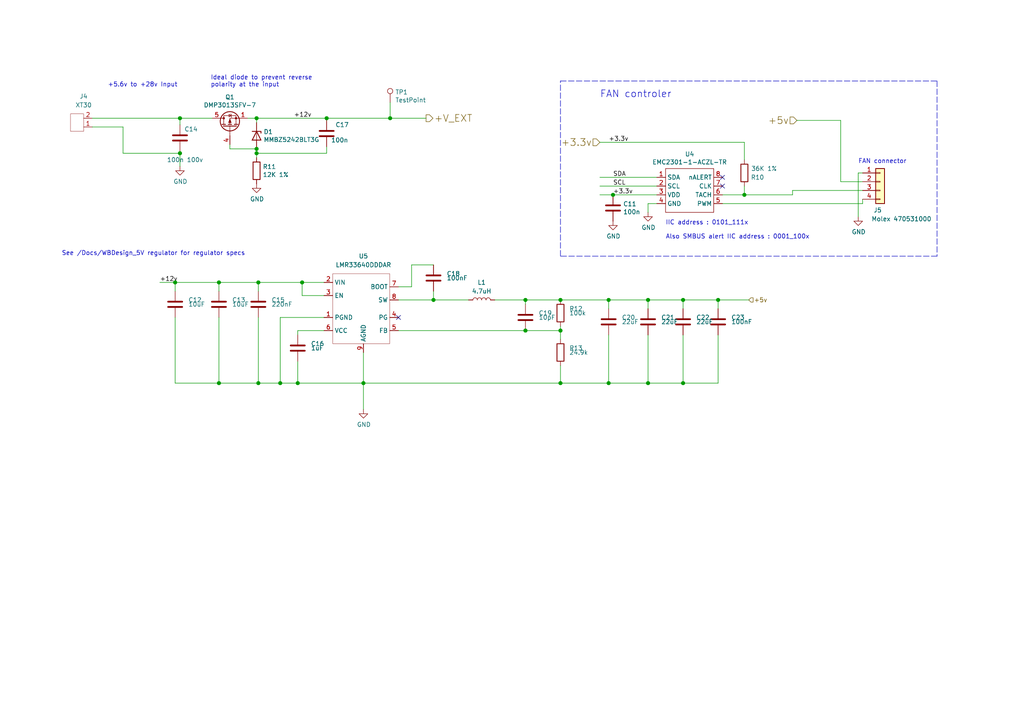
<source format=kicad_sch>
(kicad_sch (version 20201015) (generator eeschema)
  (page 1 5)
  (paper "A4")
  (title_block (title "Compute Module 4 IO Board - RTC - FAN") (rev "1") (company "(c) Raspberry Pi Trading 2020") (comment 1 "www.raspberrypi.org"))
  (lib_symbols
    (symbol "CM4IO:EMC2301"
      (property "Reference" "U" (at -7.62 13.97 0))
      (property "Value" "EMC2301" (at -1.27 -1.27 0))
      (symbol "EMC2301_0_1"
        (rectangle (start -8.89 12.7) (end 5.08 0))
      )
      (symbol "EMC2301_0_0"
        (pin open_collector line (at -11.43 10.16 0) (length 2.54) (name "SDA") (number "1"))
        (pin open_collector line (at -11.43 7.62 0) (length 2.54) (name "SCL") (number "2"))
        (pin power_in line (at -11.43 5.08 0) (length 2.54) (name "VDD") (number "3"))
        (pin power_in line (at -11.43 2.54 0) (length 2.54) (name "GND") (number "4"))
        (pin output line (at 7.62 2.54 180) (length 2.54) (name "PWM") (number "5"))
        (pin input line (at 7.62 5.08 180) (length 2.54) (name "TACH") (number "6"))
        (pin input line (at 7.62 7.62 180) (length 2.54) (name "CLK") (number "7"))
        (pin open_collector line (at 7.62 10.16 180) (length 2.54) (name "nALERT") (number "8"))
      )
    )
    (symbol "CM4IO:XT30"
      (property "Reference" "J" (at 0 0 0))
      (property "Value" "XT30" (at 0 0 0))
      (symbol "XT30_0_1"
        (rectangle (start -2.54 -6.35) (end -6.35 -1.27) (stroke (width 0.001)))
      )
      (symbol "XT30_1_1"
        (pin input line (at 0 -2.54 180) (length 2.54) (name "") (number "2"))
        (pin input line (at 0 -5.08 180) (length 2.54) (name "") (number "1"))
      )
    )
    (symbol "Connector:TestPoint" (pin_numbers hide) (pin_names (offset 0.762) hide)
      (property "Reference" "TP" (at 0 6.858 0))
      (property "Value" "TestPoint" (at 0 5.08 0))
      (symbol "TestPoint_0_1"
        (circle (center 0 3.302) (radius 0.762))
      )
      (symbol "TestPoint_1_1"
        (pin passive line (at 0 0 90) (length 2.54) (name "1") (number "1"))
      )
    )
    (symbol "Connector_Generic:Conn_01x04" (pin_names hide)
      (property "Reference" "J" (at 0 5.08 0))
      (property "Value" "Conn_01x04" (at 0 -7.62 0))
      (symbol "Conn_01x04_1_1"
        (rectangle (start -1.27 -4.953) (end 0 -5.207))
        (rectangle (start -1.27 -2.413) (end 0 -2.667))
        (rectangle (start -1.27 2.667) (end 0 2.413))
        (rectangle (start -1.27 3.81) (end 1.27 -6.35) (stroke (width 0.254)) (fill (type background)))
        (rectangle (start -1.27 0.127) (end 0 -0.127))
        (pin passive line (at -5.08 2.54 0) (length 3.81) (name "Pin_1") (number "1"))
        (pin passive line (at -5.08 0 0) (length 3.81) (name "Pin_2") (number "2"))
        (pin passive line (at -5.08 -2.54 0) (length 3.81) (name "Pin_3") (number "3"))
        (pin passive line (at -5.08 -5.08 0) (length 3.81) (name "Pin_4") (number "4"))
      )
    )
    (symbol "Device:C" (pin_numbers hide) (pin_names (offset 0.254))
      (property "Reference" "C" (at 0.635 2.54 0))
      (property "Value" "C" (at 0.635 -2.54 0))
      (symbol "C_0_1"
        (polyline (pts (xy -2.032 -0.762) (xy 2.032 -0.762)) (stroke (width 0.508)))
        (polyline (pts (xy -2.032 0.762) (xy 2.032 0.762)) (stroke (width 0.508)))
      )
      (symbol "C_1_1"
        (pin passive line (at 0 3.81 270) (length 2.794) (name "~") (number "1"))
        (pin passive line (at 0 -3.81 90) (length 2.794) (name "~") (number "2"))
      )
    )
    (symbol "Device:L" (pin_numbers hide) (pin_names (offset 1.016) hide)
      (property "Reference" "L" (at -1.27 0 90))
      (property "Value" "L" (at 1.905 0 90))
      (symbol "L_0_1"
        (arc (start 0 -2.54) (end 0 -1.27) (radius (at 0 -1.905) (length 0.635) (angles -89.9 89.9)))
        (arc (start 0 -1.27) (end 0 0) (radius (at 0 -0.635) (length 0.635) (angles -89.9 89.9)))
        (arc (start 0 0) (end 0 1.27) (radius (at 0 0.635) (length 0.635) (angles -89.9 89.9)))
        (arc (start 0 1.27) (end 0 2.54) (radius (at 0 1.905) (length 0.635) (angles -89.9 89.9)))
      )
      (symbol "L_1_1"
        (pin passive line (at 0 3.81 270) (length 1.27) (name "1") (number "1"))
        (pin passive line (at 0 -3.81 90) (length 1.27) (name "2") (number "2"))
      )
    )
    (symbol "Device:R" (pin_numbers hide) (pin_names (offset 0))
      (property "Reference" "R" (at 2.032 0 90))
      (property "Value" "R" (at 0 0 90))
      (symbol "R_0_1"
        (rectangle (start -1.016 -2.54) (end 1.016 2.54) (stroke (width 0.254)))
      )
      (symbol "R_1_1"
        (pin passive line (at 0 3.81 270) (length 1.27) (name "~") (number "1"))
        (pin passive line (at 0 -3.81 90) (length 1.27) (name "~") (number "2"))
      )
    )
    (symbol "Diode:BZX84Cxx" (pin_numbers hide) (pin_names hide)
      (property "Reference" "D" (at 0 2.54 0))
      (property "Value" "BZX84Cxx" (at 0 -2.54 0))
      (symbol "BZX84Cxx_0_1"
        (polyline (pts (xy 1.27 0) (xy -1.27 0)))
        (polyline (pts (xy -1.27 -1.27) (xy -1.27 1.27) (xy -0.762 1.27)) (stroke (width 0.254)))
        (polyline (pts (xy 1.27 -1.27) (xy 1.27 1.27) (xy -1.27 0) (xy 1.27 -1.27)) (stroke (width 0.254)))
      )
      (symbol "BZX84Cxx_1_1"
        (pin passive line (at -3.81 0 0) (length 2.54) (name "K") (number "1"))
        (pin passive line (at 3.81 0 180) (length 2.54) (name "A") (number "2"))
      )
    )
    (symbol "Open-HD:LMR33640DDDAR"
      (property "Reference" "U" (at 0 0 0))
      (property "Value" "LMR33640DDDAR" (at 0 0 0))
      (symbol "LMR33640DDDAR_0_1"
        (rectangle (start 0 -3.81) (end 16.51 -24.13) (stroke (width 0.0006)))
      )
      (symbol "LMR33640DDDAR_1_1"
        (pin input line (at -2.54 -16.51 0) (length 2.54) (name "PGND") (number "1"))
        (pin input line (at -2.54 -6.35 0) (length 2.54) (name "VIN") (number "2"))
        (pin input line (at -2.54 -10.16 0) (length 2.54) (name "EN") (number "3"))
        (pin input line (at 19.05 -16.51 180) (length 2.54) (name "PG") (number "4"))
        (pin input line (at 19.05 -20.32 180) (length 2.54) (name "FB") (number "5"))
        (pin input line (at -2.54 -20.32 0) (length 2.54) (name "VCC") (number "6"))
        (pin input line (at 19.05 -7.62 180) (length 2.54) (name "BOOT") (number "7"))
        (pin input line (at 19.05 -11.43 180) (length 2.54) (name "SW") (number "8"))
        (pin input line (at 8.89 -26.67 90) (length 2.54) (name "AGND") (number "9"))
      )
    )
    (symbol "Transistor_FET:DMP3013SFV" (pin_names hide)
      (property "Reference" "Q" (at 5.08 1.905 0))
      (property "Value" "DMP3013SFV" (at 5.08 0 0))
      (symbol "DMP3013SFV_0_1"
        (circle (center 1.651 0) (radius 2.794) (stroke (width 0.254)))
        (circle (center 2.54 -1.778) (radius 0.254) (fill (type outline)))
        (circle (center 2.54 1.778) (radius 0.254) (fill (type outline)))
        (polyline (pts (xy 0.254 0) (xy -2.54 0)))
        (polyline (pts (xy 0.254 1.905) (xy 0.254 -1.905)) (stroke (width 0.254)))
        (polyline (pts (xy 0.762 -1.27) (xy 0.762 -2.286)) (stroke (width 0.254)))
        (polyline (pts (xy 0.762 0.508) (xy 0.762 -0.508)) (stroke (width 0.254)))
        (polyline (pts (xy 0.762 2.286) (xy 0.762 1.27)) (stroke (width 0.254)))
        (polyline (pts (xy 2.54 2.54) (xy 2.54 1.778)))
        (polyline (pts (xy 2.54 -2.54) (xy 2.54 0) (xy 0.762 0)))
        (polyline (pts (xy 0.762 1.778) (xy 3.302 1.778) (xy 3.302 -1.778) (xy 0.762 -1.778)))
        (polyline (pts (xy 2.286 0) (xy 1.27 0.381) (xy 1.27 -0.381) (xy 2.286 0)) (fill (type outline)))
        (polyline (pts (xy 2.794 -0.508) (xy 2.921 -0.381) (xy 3.683 -0.381) (xy 3.81 -0.254)))
        (polyline (pts (xy 3.302 -0.381) (xy 2.921 0.254) (xy 3.683 0.254) (xy 3.302 -0.381)))
      )
      (symbol "DMP3013SFV_1_1"
        (pin passive line (at 2.54 -5.08 90) (length 2.54) (name "S") (number "1"))
        (pin passive line (at 2.54 -5.08 90) (length 2.54) hide (name "S") (number "2"))
        (pin passive line (at 2.54 -5.08 90) (length 2.54) hide (name "S") (number "3"))
        (pin passive line (at -5.08 0 0) (length 2.54) (name "G") (number "4"))
        (pin passive line (at 2.54 5.08 270) (length 2.54) (name "D") (number "5"))
      )
    )
    (symbol "power:GND" (power) (pin_names (offset 0))
      (property "Value" "GND" (at 0 -3.81 0))
      (symbol "GND_0_1"
        (polyline (pts (xy 0 0) (xy 0 -1.27) (xy 1.27 -1.27) (xy 0 -2.54) (xy -1.27 -1.27) (xy 0 -1.27)))
      )
      (symbol "GND_1_1"
        (pin power_in line (at 0 0 270) (length 0) hide (name "GND") (number "1"))
      )
    )
  )
  (junction (at 50.8 81.915) (diameter 1.016))
  (junction (at 52.197 34.29) (diameter 1.016))
  (junction (at 52.197 44.45) (diameter 1.016))
  (junction (at 63.5 81.915) (diameter 1.016))
  (junction (at 63.5 111.125) (diameter 1.016))
  (junction (at 74.422 34.29) (diameter 1.016))
  (junction (at 74.422 43.18) (diameter 1.016))
  (junction (at 74.422 44.45) (diameter 1.016))
  (junction (at 74.93 81.915) (diameter 1.016))
  (junction (at 74.93 111.125) (diameter 1.016))
  (junction (at 81.28 111.125) (diameter 1.016))
  (junction (at 86.36 111.125) (diameter 1.016))
  (junction (at 87.63 81.915) (diameter 1.016))
  (junction (at 94.742 34.29) (diameter 1.016))
  (junction (at 105.41 111.125) (diameter 1.016))
  (junction (at 113.157 34.29) (diameter 1.016))
  (junction (at 125.73 86.995) (diameter 1.016))
  (junction (at 152.4 86.995) (diameter 1.016))
  (junction (at 152.4 95.885) (diameter 1.016))
  (junction (at 162.56 86.995) (diameter 1.016))
  (junction (at 162.56 95.885) (diameter 1.016))
  (junction (at 162.56 111.125) (diameter 1.016))
  (junction (at 176.53 86.995) (diameter 1.016))
  (junction (at 176.53 111.125) (diameter 1.016))
  (junction (at 177.8 56.515) (diameter 1.016))
  (junction (at 187.96 86.995) (diameter 1.016))
  (junction (at 187.96 111.125) (diameter 1.016))
  (junction (at 198.12 86.995) (diameter 1.016))
  (junction (at 198.12 111.125) (diameter 1.016))
  (junction (at 208.28 86.995) (diameter 1.016))
  (junction (at 215.9 56.515) (diameter 1.016))
  (no_connect (at 209.55 51.435))
  (no_connect (at 209.55 53.975))
  (no_connect (at 115.57 92.075))
  (wire (pts (xy 26.797 34.29) (xy 52.197 34.29)))
  (wire (pts (xy 26.797 36.83) (xy 35.687 36.83)))
  (wire (pts (xy 35.687 36.83) (xy 35.687 44.45)))
  (wire (pts (xy 35.687 44.45) (xy 52.197 44.45)))
  (wire (pts (xy 46.355 81.915) (xy 50.8 81.915)))
  (wire (pts (xy 50.8 81.915) (xy 50.8 84.455)))
  (wire (pts (xy 50.8 81.915) (xy 63.5 81.915)))
  (wire (pts (xy 50.8 92.075) (xy 50.8 111.125)))
  (wire (pts (xy 50.8 111.125) (xy 63.5 111.125)))
  (wire (pts (xy 52.197 34.29) (xy 52.197 36.195)))
  (wire (pts (xy 52.197 34.29) (xy 61.595 34.29)))
  (wire (pts (xy 52.197 43.815) (xy 52.197 44.45)))
  (wire (pts (xy 52.197 44.45) (xy 52.197 48.26)))
  (wire (pts (xy 63.5 81.915) (xy 63.5 84.455)))
  (wire (pts (xy 63.5 81.915) (xy 74.93 81.915)))
  (wire (pts (xy 63.5 92.075) (xy 63.5 111.125)))
  (wire (pts (xy 63.5 111.125) (xy 74.93 111.125)))
  (wire (pts (xy 66.675 41.91) (xy 66.675 43.18)))
  (wire (pts (xy 66.675 43.18) (xy 74.422 43.18)))
  (wire (pts (xy 71.755 34.29) (xy 74.422 34.29)))
  (wire (pts (xy 74.422 34.29) (xy 74.422 35.56)))
  (wire (pts (xy 74.422 34.29) (xy 94.742 34.29)))
  (wire (pts (xy 74.422 43.18) (xy 74.422 44.45)))
  (wire (pts (xy 74.422 44.45) (xy 74.422 45.72)))
  (wire (pts (xy 74.422 44.45) (xy 94.742 44.45)))
  (wire (pts (xy 74.93 81.915) (xy 74.93 84.455)))
  (wire (pts (xy 74.93 81.915) (xy 87.63 81.915)))
  (wire (pts (xy 74.93 92.075) (xy 74.93 111.125)))
  (wire (pts (xy 74.93 111.125) (xy 81.28 111.125)))
  (wire (pts (xy 81.28 92.075) (xy 81.28 111.125)))
  (wire (pts (xy 81.28 111.125) (xy 86.36 111.125)))
  (wire (pts (xy 86.36 95.885) (xy 93.98 95.885)))
  (wire (pts (xy 86.36 97.155) (xy 86.36 95.885)))
  (wire (pts (xy 86.36 104.775) (xy 86.36 111.125)))
  (wire (pts (xy 86.36 111.125) (xy 105.41 111.125)))
  (wire (pts (xy 87.63 81.915) (xy 93.98 81.915)))
  (wire (pts (xy 87.63 85.725) (xy 87.63 81.915)))
  (wire (pts (xy 93.98 85.725) (xy 87.63 85.725)))
  (wire (pts (xy 93.98 92.075) (xy 81.28 92.075)))
  (wire (pts (xy 94.742 34.29) (xy 94.742 34.925)))
  (wire (pts (xy 94.742 34.29) (xy 113.157 34.29)))
  (wire (pts (xy 94.742 44.45) (xy 94.742 42.545)))
  (wire (pts (xy 105.41 102.235) (xy 105.41 111.125)))
  (wire (pts (xy 105.41 111.125) (xy 105.41 118.745)))
  (wire (pts (xy 113.157 29.718) (xy 113.157 34.29)))
  (wire (pts (xy 113.157 34.29) (xy 123.571 34.29)))
  (wire (pts (xy 115.57 83.185) (xy 119.38 83.185)))
  (wire (pts (xy 115.57 95.885) (xy 152.4 95.885)))
  (wire (pts (xy 119.38 76.835) (xy 125.73 76.835)))
  (wire (pts (xy 119.38 83.185) (xy 119.38 76.835)))
  (wire (pts (xy 125.73 84.455) (xy 125.73 86.995)))
  (wire (pts (xy 125.73 86.995) (xy 115.57 86.995)))
  (wire (pts (xy 125.73 86.995) (xy 135.89 86.995)))
  (wire (pts (xy 143.51 86.995) (xy 152.4 86.995)))
  (wire (pts (xy 152.4 86.995) (xy 152.4 88.265)))
  (wire (pts (xy 152.4 86.995) (xy 162.56 86.995)))
  (wire (pts (xy 152.4 95.885) (xy 162.56 95.885)))
  (wire (pts (xy 162.56 86.995) (xy 176.53 86.995)))
  (wire (pts (xy 162.56 94.615) (xy 162.56 95.885)))
  (wire (pts (xy 162.56 95.885) (xy 162.56 98.425)))
  (wire (pts (xy 162.56 106.045) (xy 162.56 111.125)))
  (wire (pts (xy 162.56 111.125) (xy 105.41 111.125)))
  (wire (pts (xy 173.99 41.275) (xy 215.9 41.275)))
  (wire (pts (xy 176.53 86.995) (xy 176.53 89.535)))
  (wire (pts (xy 176.53 86.995) (xy 187.96 86.995)))
  (wire (pts (xy 176.53 97.155) (xy 176.53 111.125)))
  (wire (pts (xy 176.53 111.125) (xy 162.56 111.125)))
  (wire (pts (xy 176.53 111.125) (xy 187.96 111.125)))
  (wire (pts (xy 177.8 56.515) (xy 173.99 56.515)))
  (wire (pts (xy 187.96 59.055) (xy 187.96 61.595)))
  (wire (pts (xy 187.96 86.995) (xy 187.96 89.535)))
  (wire (pts (xy 187.96 86.995) (xy 198.12 86.995)))
  (wire (pts (xy 187.96 97.155) (xy 187.96 111.125)))
  (wire (pts (xy 187.96 111.125) (xy 198.12 111.125)))
  (wire (pts (xy 190.5 51.435) (xy 173.99 51.435)))
  (wire (pts (xy 190.5 53.975) (xy 173.99 53.975)))
  (wire (pts (xy 190.5 56.515) (xy 177.8 56.515)))
  (wire (pts (xy 190.5 59.055) (xy 187.96 59.055)))
  (wire (pts (xy 198.12 86.995) (xy 198.12 89.535)))
  (wire (pts (xy 198.12 86.995) (xy 208.28 86.995)))
  (wire (pts (xy 198.12 97.155) (xy 198.12 111.125)))
  (wire (pts (xy 198.12 111.125) (xy 208.28 111.125)))
  (wire (pts (xy 208.28 86.995) (xy 208.28 89.535)))
  (wire (pts (xy 208.28 86.995) (xy 217.17 86.995)))
  (wire (pts (xy 208.28 97.155) (xy 208.28 111.125)))
  (wire (pts (xy 209.55 56.515) (xy 215.9 56.515)))
  (wire (pts (xy 209.55 59.055) (xy 250.19 59.055)))
  (wire (pts (xy 215.9 41.275) (xy 215.9 46.355)))
  (wire (pts (xy 215.9 56.515) (xy 215.9 53.975)))
  (wire (pts (xy 215.9 56.515) (xy 229.87 56.515)))
  (wire (pts (xy 229.87 55.245) (xy 229.87 56.515)))
  (wire (pts (xy 243.84 34.925) (xy 231.14 34.925)))
  (wire (pts (xy 243.84 34.925) (xy 243.84 52.705)))
  (wire (pts (xy 248.92 50.165) (xy 248.92 62.865)))
  (wire (pts (xy 250.19 50.165) (xy 248.92 50.165)))
  (wire (pts (xy 250.19 52.705) (xy 243.84 52.705)))
  (wire (pts (xy 250.19 55.245) (xy 229.87 55.245)))
  (wire (pts (xy 250.19 59.055) (xy 250.19 57.785)))
  (polyline (pts (xy 162.56 23.495) (xy 271.78 23.495)) (stroke (width 0) (type dash)))
  (polyline (pts (xy 162.56 74.295) (xy 162.56 23.495)) (stroke (width 0) (type dash)))
  (polyline (pts (xy 271.78 23.495) (xy 271.78 74.295)) (stroke (width 0) (type dash)))
  (polyline (pts (xy 271.78 74.295) (xy 162.56 74.295)) (stroke (width 0) (type dash)))
  (text "+5.6v to +28v Input" (at 31.242 25.4 0) (effects (font (size 1.27 1.27)) (justify left bottom)))
  (text "Ideal diode to prevent reverse\npolarity at the input" (at 61.087 25.4 0) (effects (font (size 1.27 1.27)) (justify left bottom)))
  (text "See /Docs/WBDesign_5V regulator for regulator specs" (at 71.12 74.295 0) (effects (font (size 1.27 1.27)) (justify right bottom)))
  (text "FAN controler" (at 173.99 28.575 0) (effects (font (size 2.0066 2.0066)) (justify left bottom)))
  (text "IIC address : 0101_111x" (at 193.04 65.405 0) (effects (font (size 1.27 1.27)) (justify left bottom)))
  (text "Also SMBUS alert IIC address : 0001_100x" (at 193.0654 69.4944 0) (effects (font (size 1.27 1.27)) (justify left bottom)))
  (text "FAN connector\n" (at 248.92 47.625 0) (effects (font (size 1.27 1.27)) (justify left bottom)))
  (label "+12v" (at 46.355 81.915 0))
  (label "+12v" (at 85.217 34.29 0))
  (label "+3.3v" (at 176.53 41.275 0))
  (label "SDA" (at 177.8 51.435 0))
  (label "SCL" (at 177.8 53.975 0))
  (label "+3.3v" (at 177.8 56.515 0))
  (hierarchical_label "+V_EXT" (shape output) (at 123.571 34.29 0) (effects (font (size 2.007 2.007))))
  (hierarchical_label "+3.3v" (shape input) (at 173.99 41.275 180) (effects (font (size 2.0066 2.0066))))
  (hierarchical_label "+5v" (shape input) (at 217.17 86.995 0))
  (hierarchical_label "+5v" (shape input) (at 231.14 34.925 180) (effects (font (size 2.007 2.007))))
  (symbol (lib_id "Connector:TestPoint") (at 113.157 29.718 0) (unit 1)
    (property "Reference" "TP1" (at 114.6302 26.7208 0) (effects (justify left)))
    (property "Value" "TestPoint" (at 114.6302 29.0322 0) (effects (justify left)))
    (property "Footprint" "Connector_PinHeader_2.00mm:PinHeader_1x01_P2.00mm_Vertical" (effects hide))
    (property "Field4" "nf" (effects hide))
    (property "Field5" "nf" (effects hide))
    (property "Field6" "nf" (effects hide))
    (property "Field7" "nf" (effects hide))
  )
  (symbol (lib_id "Device:L") (at 139.7 86.995 90) (unit 1)
    (property "Reference" "L1" (at 139.7 81.915 90))
    (property "Value" "4.7uH" (at 139.7 84.455 90))
    (property "Footprint" "CM4IO:HCM1A1105V2-4R7-R" (effects hide))
  )
  (symbol (lib_id "power:GND") (at 52.197 48.26 0) (unit 1)
    (property "Reference" "#PWR019" (effects hide))
    (property "Value" "GND" (at 52.324 52.6542 0))
  )
  (symbol (lib_id "power:GND") (at 74.422 53.34 0) (unit 1)
    (property "Reference" "#PWR020" (effects hide))
    (property "Value" "GND" (at 74.549 57.7342 0))
  )
  (symbol (lib_id "power:GND") (at 105.41 118.745 0) (unit 1)
    (property "Reference" "#PWR021" (effects hide))
    (property "Value" "GND" (at 105.537 123.1392 0))
  )
  (symbol (lib_id "power:GND") (at 177.8 64.135 0) (unit 1)
    (property "Reference" "#PWR016" (effects hide))
    (property "Value" "GND" (at 177.927 68.5292 0))
  )
  (symbol (lib_id "power:GND") (at 187.96 61.595 0) (unit 1)
    (property "Reference" "#PWR017" (effects hide))
    (property "Value" "GND" (at 188.087 65.9892 0))
  )
  (symbol (lib_id "power:GND") (at 248.92 62.865 0) (unit 1)
    (property "Reference" "#PWR018" (effects hide))
    (property "Value" "GND" (at 249.047 67.2592 0))
  )
  (symbol (lib_id "Device:R") (at 74.422 49.53 0) (unit 1)
    (property "Reference" "R11" (at 76.2 48.3616 0) (effects (justify left)))
    (property "Value" "12K 1%" (at 76.2 50.673 0) (effects (justify left)))
    (property "Footprint" "Resistor_SMD:R_0402_1005Metric" (effects hide))
    (property "Datasheet" "https://fscdn.rohm.com/en/products/databook/datasheet/passive/resistor/chip_resistor/mcr-e.pdf" (effects hide))
    (property "Field4" "Farnell" (effects hide))
    (property "Field5" "9239367" (effects hide))
    (property "Field7" "Rohm" (effects hide))
    (property "Field6" "MCR01MZPF1202" (effects hide))
    (property "Part Description" "Resistor 12K M1005 1% 63mW" (effects hide))
  )
  (symbol (lib_id "Device:R") (at 162.56 90.805 0) (unit 1)
    (property "Reference" "R12" (at 165.1 89.535 0) (effects (justify left)))
    (property "Value" "100k" (at 165.1 90.805 0) (effects (justify left)))
    (property "Footprint" "Resistor_SMD:R_0402_1005Metric" (effects hide))
  )
  (symbol (lib_id "Device:R") (at 162.56 102.235 0) (unit 1)
    (property "Reference" "R13" (at 165.1 100.965 0) (effects (justify left)))
    (property "Value" "24.9k" (at 165.1 102.235 0) (effects (justify left)))
    (property "Footprint" "Resistor_SMD:R_0402_1005Metric" (effects hide))
  )
  (symbol (lib_id "Device:R") (at 215.9 50.165 180) (unit 1)
    (property "Reference" "R10" (at 219.71 51.435 0))
    (property "Value" "36K 1%" (at 221.615 48.895 0))
    (property "Footprint" "Resistor_SMD:R_0402_1005Metric" (effects hide))
    (property "Datasheet" "https://fscdn.rohm.com/en/products/databook/datasheet/passive/resistor/chip_resistor/mcr-e.pdf" (effects hide))
    (property "Field4" "Farnell" (effects hide))
    (property "Field5" "1458788" (effects hide))
    (property "Field7" "Rohm" (effects hide))
    (property "Field6" "MCR01MZPF3602" (effects hide))
    (property "Part Description" "Resistor 36K M1005 1% 63mW" (effects hide))
  )
  (symbol (lib_id "Diode:BZX84Cxx") (at 74.422 39.37 270) (unit 1)
    (property "Reference" "D1" (at 76.454 38.227 90) (effects (justify left)))
    (property "Value" "MMBZ5242BLT3G" (at 76.454 40.513 90) (effects (justify left)))
    (property "Footprint" "Diode_SMD:D_SOT-23_ANK" (effects hide))
    (property "Datasheet" "https://diotec.com/tl_files/diotec/files/pdf/datasheets/bzx84c2v4.pdf" (effects hide))
    (property "Field4" "Digikey" (effects hide))
    (property "Field5" "	MMBZ5242BLT3GOSCT-ND" (effects hide))
    (property "Field6" "MMBZ5242BLT3G" (effects hide))
    (property "Field7" "Onsemi" (effects hide))
    (property "Part Description" "	Zener Diode 12V 225mW 5% Surface Mount SOT-23-3 (TO-236)" (effects hide))
  )
  (symbol (lib_id "CM4IO:XT30") (at 26.797 31.75 0) (unit 1)
    (property "Reference" "J4" (at 24.257 27.94 0))
    (property "Value" "XT30" (at 24.257 30.48 0))
    (property "Footprint" "Open-HD:AMASS_XT30PW-M_1x02_P2.50mm_Horizontal" (effects hide))
  )
  (symbol (lib_id "Device:C") (at 50.8 88.265 0) (unit 1)
    (property "Reference" "C12" (at 54.61 86.995 0) (effects (justify left)))
    (property "Value" "10uF" (at 54.61 88.265 0) (effects (justify left)))
    (property "Footprint" "Capacitor_SMD:C_1210_3225Metric" (effects hide))
  )
  (symbol (lib_id "Device:C") (at 52.197 40.005 0) (unit 1)
    (property "Reference" "C14" (at 53.467 37.465 0) (effects (justify left)))
    (property "Value" "100n 100v" (at 48.387 46.355 0) (effects (justify left)))
    (property "Footprint" "Capacitor_SMD:C_0402_1005Metric" (effects hide))
    (property "Datasheet" "https://psearch.en.murata.com/capacitor/product/GRM155R62A104KE14%23.pdf" (effects hide))
    (property "Field4" "Farnell" (effects hide))
    (property "Field5" "2611907" (effects hide))
    (property "Field6" "GRM155R62A104KE14D" (effects hide))
    (property "Field7" "Murata" (effects hide))
    (property "Part Description" "	0.1uF 10% 100V Ceramic Capacitor X5R 0402 (1005 Metric)" (effects hide))
  )
  (symbol (lib_id "Device:C") (at 63.5 88.265 0) (unit 1)
    (property "Reference" "C13" (at 67.31 86.995 0) (effects (justify left)))
    (property "Value" "10uF" (at 67.31 88.265 0) (effects (justify left)))
    (property "Footprint" "Capacitor_SMD:C_1210_3225Metric" (effects hide))
  )
  (symbol (lib_id "Device:C") (at 74.93 88.265 0) (unit 1)
    (property "Reference" "C15" (at 78.74 86.995 0) (effects (justify left)))
    (property "Value" "220nF" (at 78.74 88.265 0) (effects (justify left)))
    (property "Footprint" "Capacitor_SMD:C_0603_1608Metric" (effects hide))
  )
  (symbol (lib_id "Device:C") (at 86.36 100.965 0) (unit 1)
    (property "Reference" "C16" (at 90.17 99.695 0) (effects (justify left)))
    (property "Value" "1uF" (at 90.17 100.965 0) (effects (justify left)))
    (property "Footprint" "Capacitor_SMD:C_0402_1005Metric" (effects hide))
  )
  (symbol (lib_id "Device:C") (at 94.742 38.735 0) (unit 1)
    (property "Reference" "C17" (at 97.282 36.195 0) (effects (justify left)))
    (property "Value" "100n" (at 96.012 40.64 0) (effects (justify left)))
    (property "Footprint" "Capacitor_SMD:C_0402_1005Metric" (effects hide))
    (property "Datasheet" "https://search.murata.co.jp/Ceramy/image/img/A01X/G101/ENG/GRM155R71C104KA88-01.pdf" (effects hide))
    (property "Field4" "Farnell" (effects hide))
    (property "Field5" "2611911" (effects hide))
    (property "Field6" "RM EMK105 B7104KV-F" (effects hide))
    (property "Field7" "TAIYO YUDEN EUROPE GMBH" (effects hide))
    (property "Part Description" "	0.1uF 10% 16V Ceramic Capacitor X7R 0402 (1005 Metric)" (effects hide))
    (property "Field8" "110091611" (effects hide))
  )
  (symbol (lib_id "Device:C") (at 125.73 80.645 0) (unit 1)
    (property "Reference" "C18" (at 129.54 79.375 0) (effects (justify left)))
    (property "Value" "100nF" (at 129.54 80.645 0) (effects (justify left)))
    (property "Footprint" "Capacitor_SMD:C_0402_1005Metric" (effects hide))
  )
  (symbol (lib_id "Device:C") (at 152.4 92.075 0) (unit 1)
    (property "Reference" "C19" (at 156.21 90.805 0) (effects (justify left)))
    (property "Value" "10pF" (at 156.21 92.075 0) (effects (justify left)))
    (property "Footprint" "Capacitor_SMD:C_0402_1005Metric" (effects hide))
  )
  (symbol (lib_id "Device:C") (at 176.53 93.345 0) (unit 1)
    (property "Reference" "C20" (at 180.34 92.075 0) (effects (justify left)))
    (property "Value" "22uF" (at 180.34 93.345 0) (effects (justify left)))
    (property "Footprint" "Capacitor_SMD:C_0805_2012Metric" (effects hide))
  )
  (symbol (lib_id "Device:C") (at 177.8 60.325 0) (unit 1)
    (property "Reference" "C11" (at 180.721 59.1566 0) (effects (justify left)))
    (property "Value" "100n" (at 180.721 61.468 0) (effects (justify left)))
    (property "Footprint" "Capacitor_SMD:C_0402_1005Metric" (effects hide))
    (property "Datasheet" "https://search.murata.co.jp/Ceramy/image/img/A01X/G101/ENG/GRM155R71C104KA88-01.pdf" (effects hide))
    (property "Field4" "Farnell" (effects hide))
    (property "Field5" "2611911" (effects hide))
    (property "Field6" "RM EMK105 B7104KV-F" (effects hide))
    (property "Field7" "TAIYO YUDEN EUROPE GMBH" (effects hide))
    (property "Part Description" "	0.1uF 10% 16V Ceramic Capacitor X7R 0402 (1005 Metric)" (effects hide))
    (property "Field8" "110091611" (effects hide))
  )
  (symbol (lib_id "Device:C") (at 187.96 93.345 0) (unit 1)
    (property "Reference" "C21" (at 191.77 92.075 0) (effects (justify left)))
    (property "Value" "22uF" (at 191.77 93.345 0) (effects (justify left)))
    (property "Footprint" "Capacitor_SMD:C_0805_2012Metric" (effects hide))
  )
  (symbol (lib_id "Device:C") (at 198.12 93.345 0) (unit 1)
    (property "Reference" "C22" (at 201.93 92.075 0) (effects (justify left)))
    (property "Value" "22uF" (at 201.93 93.345 0) (effects (justify left)))
    (property "Footprint" "Capacitor_SMD:C_0805_2012Metric" (effects hide))
  )
  (symbol (lib_id "Device:C") (at 208.28 93.345 0) (unit 1)
    (property "Reference" "C23" (at 212.09 92.075 0) (effects (justify left)))
    (property "Value" "100nF" (at 212.09 93.345 0) (effects (justify left)))
    (property "Footprint" "Capacitor_SMD:C_0603_1608Metric" (effects hide))
  )
  (symbol (lib_id "Connector_Generic:Conn_01x04") (at 255.27 52.705 0) (unit 1)
    (property "Reference" "J5" (at 253.365 60.96 0) (effects (justify left)))
    (property "Value" "Molex 470531000" (at 252.73 63.5 0) (effects (justify left)))
    (property "Footprint" "Open-HD:fan" (effects hide))
    (property "Datasheet" "https://www.molex.com/pdm_docs/sd/470531000_sd.pdf" (effects hide))
    (property "Field4" "Farnell" (effects hide))
    (property "Field5" "	2313705" (effects hide))
    (property "Field6" "470531000" (effects hide))
    (property "Field7" "Molex" (effects hide))
    (property "Part Description" "	Connector Header Through Hole 4 position 0.100\" (2.54mm)" (effects hide))
  )
  (symbol (lib_id "Transistor_FET:DMP3013SFV") (at 66.675 36.83 90) (unit 1)
    (property "Reference" "Q1" (at 66.675 28.1686 90))
    (property "Value" "DMP3013SFV-7" (at 66.675 30.48 90))
    (property "Footprint" "Package_SON:Diodes_PowerDI3333-8" (effects hide))
    (property "Datasheet" "https://www.diodes.com/assets/Datasheets/DMP3013SFV.pdf" (effects hide))
    (property "Field4" "Farnell" (effects hide))
    (property "Field5" "3405192" (effects hide))
    (property "Field6" "DMP3013SFV-7" (effects hide))
    (property "Field7" "Diodes" (effects hide))
    (property "Part Description" "DMP3013SFV-7 -  Power MOSFET, P Channel, 30 V, 12 A, 0.008 ohm, PowerDI3333, Surface Mount" (effects hide))
  )
  (symbol (lib_id "CM4IO:EMC2301") (at 201.93 61.595 0) (unit 1)
    (property "Reference" "U4" (at 200.025 44.704 0))
    (property "Value" "EMC2301-1-ACZL-TR" (at 200.025 47.0154 0))
    (property "Footprint" "Package_SO:SOIC-8_5.23x5.23mm_P1.27mm" (effects hide))
    (property "Datasheet" "https://ww1.microchip.com/downloads/en/DeviceDoc/2301.pdf" (effects hide))
    (property "Field4" "Digikey" (effects hide))
    (property "Field5" "EMC2301-1-ACZL-CT-ND" (effects hide))
    (property "Field6" "EMC2301-1-ACZL-TR" (effects hide))
    (property "Field7" "Microchip" (effects hide))
    (property "Part Description" "Motor Driver PWM 8-MSOP" (effects hide))
  )
  (symbol (lib_id "Open-HD:LMR33640DDDAR") (at 96.52 75.565 0) (unit 1)
    (property "Reference" "U5" (at 105.41 74.295 0))
    (property "Value" "LMR33640DDDAR" (at 105.41 76.835 0))
    (property "Footprint" "Open-HD:NOPB" (effects hide))
  )
)
</source>
